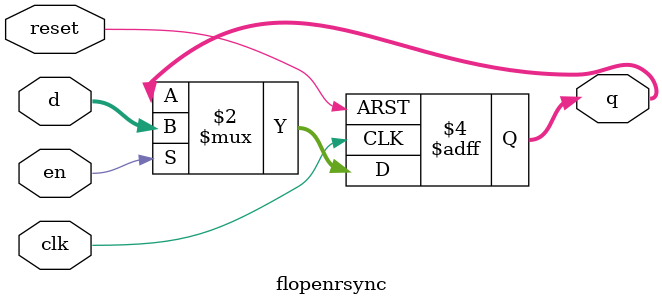
<source format=v>
module flopenrsync (
	clk,
	reset,
	en,
	d,
	q
);
	parameter WIDTH = 8;
	input wire clk;
	input wire reset;
	input wire en;
	input wire [WIDTH - 1:0] d;
	output reg [WIDTH - 1:0] q;
	always @(posedge clk or posedge reset)
		if (reset)
			q <= 0;
		else if(en)
			q <= d;
endmodule
</source>
